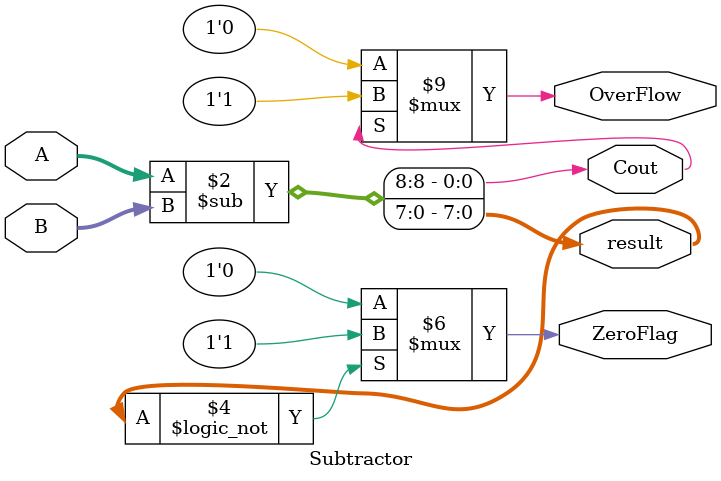
<source format=v>
module Subtractor(A, B, result, Cout,OverFlow,ZeroFlag);  
input  [7:0] A;  
input  [7:0] B;  
output [7:0] result; 
output Cout,OverFlow,ZeroFlag;  
reg [7:0] result;
reg Cout,OverFlow,ZeroFlag;  

always @(A or B)
begin
 {Cout,result}= A-B;

  if(Cout == 1)
   OverFlow=1;
   else 
   OverFlow=0;

  
  if(result == 8'b00000000)
   ZeroFlag =1;
   else 
    ZeroFlag =0;

  end
endmodule 
 
</source>
